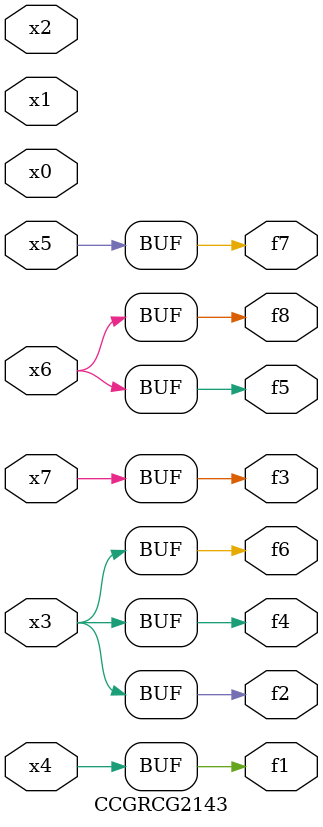
<source format=v>
module CCGRCG2143(
	input x0, x1, x2, x3, x4, x5, x6, x7,
	output f1, f2, f3, f4, f5, f6, f7, f8
);
	assign f1 = x4;
	assign f2 = x3;
	assign f3 = x7;
	assign f4 = x3;
	assign f5 = x6;
	assign f6 = x3;
	assign f7 = x5;
	assign f8 = x6;
endmodule

</source>
